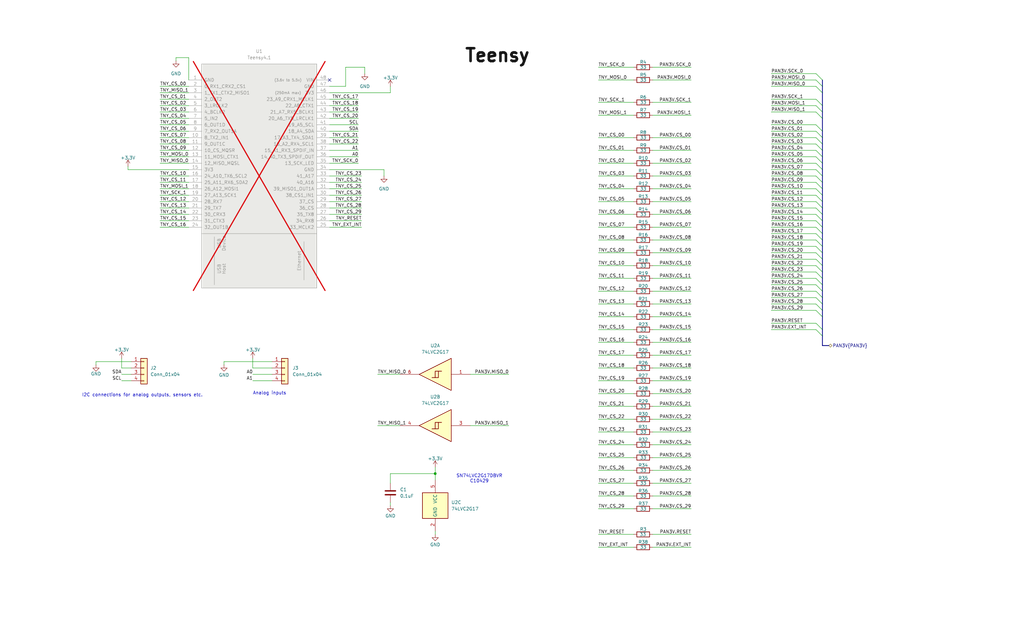
<source format=kicad_sch>
(kicad_sch (version 20250114) (generator "eeschema") (generator_version "9.0")
  (paper "User" 406.4 254)
  (title_block (title "Arena 12-12 Teensy Modular LED Display") (date "2024-12-23") (rev "v10.3") (company "IORodeo for Reiserlab @ Janelia"))
  (lib_symbols
    (symbol "74xGxx:74LVC2G17"
      (property "Reference" "U" (at -1.27 7.62 0))
      (property "Value" "74LVC2G17" (at 2.54 -7.62 0))
      (symbol "74LVC2G17_1_1"
        (pin input line (at -15.24 0 0) (length 7.62) (name "~") (number "1"))
        (pin output line (at 12.7 0 180) (length 7.62) (name "~") (number "6"))
      )
      (symbol "74LVC2G17_2_1"
        (pin input line (at -15.24 0 0) (length 7.62) (name "~") (number "3"))
        (pin output line (at 12.7 0 180) (length 7.62) (name "~") (number "4"))
      )
      (symbol "74LVC2G17_3_1"
        (pin power_in line (at 0 10.16 270) (length 5.08) (name "VCC") (number "5"))
        (pin power_in line (at 0 -10.16 90) (length 5.08) (name "GND") (number "2"))
      )
    )
    (symbol "Connector_Generic:Conn_01x04" (pin_names (offset 1.016) (hide yes))
      (property "Reference" "J" (at 0 5.08 0))
      (property "Value" "Conn_01x04" (at 0 -7.62 0))
      (symbol "Conn_01x04_1_1"
        (pin passive line (at -5.08 2.54 0) (length 3.81) (name "Pin_1") (number "1"))
        (pin passive line (at -5.08 0 0) (length 3.81) (name "Pin_2") (number "2"))
        (pin passive line (at -5.08 -2.54 0) (length 3.81) (name "Pin_3") (number "3"))
        (pin passive line (at -5.08 -5.08 0) (length 3.81) (name "Pin_4") (number "4"))
      )
    )
    (symbol "Device:C" (pin_numbers (hide yes)) (pin_names (offset 0.254))
      (property "Reference" "C" (at 0.635 2.54 0))
      (property "Value" "C" (at 0.635 -2.54 0))
      (symbol "C_1_1"
        (pin passive line (at 0 3.81 270) (length 2.794) (name "~") (number "1"))
        (pin passive line (at 0 -3.81 90) (length 2.794) (name "~") (number "2"))
      )
    )
    (symbol "Device:R" (pin_numbers (hide yes)) (pin_names (offset 0))
      (property "Reference" "R" (at 2.032 0 90))
      (property "Value" "R" (at 0 0 90))
      (symbol "R_1_1"
        (pin passive line (at 0 3.81 270) (length 1.27) (name "~") (number "1"))
        (pin passive line (at 0 -3.81 90) (length 1.27) (name "~") (number "2"))
      )
    )
    (symbol "arena_custom:Teensy4.1" (pin_names (offset 1.016))
      (property "Reference" "U" (at 0 64.77 0))
      (property "Value" "Teensy4.1" (at 0 62.23 0))
      (symbol "Teensy4.1_0_0"
        (text "USB" (at -15.875 -10.16 900) (effects (font (size 1.27 1.27))))
        (text "USB" (at -15.875 -20.32 900) (effects (font (size 1.27 1.27))))
        (text "Device" (at -13.97 -10.16 900) (effects (font (size 1.27 1.27))))
        (text "Host" (at -13.97 -20.32 900) (effects (font (size 1.27 1.27))))
        (text "(3.6v to 5.5v)" (at 11.43 54.61 0) (effects (font (size 1.016 1.016))))
        (text "(250mA max)" (at 11.43 49.53 0) (effects (font (size 1.016 1.016))))
        (text "Ethernet" (at 15.875 -17.145 900) (effects (font (size 1.27 1.27))))
        (pin bidirectional line (at -27.94 44.45 0) (length 5.08) (name "3_LRCLK2") (number "5"))
        (pin bidirectional line (at -27.94 41.91 0) (length 5.08) (name "4_BCLK2") (number "6"))
        (pin bidirectional line (at -27.94 39.37 0) (length 5.08) (name "5_IN2") (number "7"))
        (pin bidirectional line (at -27.94 36.83 0) (length 5.08) (name "6_OUT1D") (number "8"))
        (pin bidirectional line (at -27.94 34.29 0) (length 5.08) (name "7_RX2_OUT1A") (number "9"))
        (pin bidirectional line (at -27.94 31.75 0) (length 5.08) (name "8_TX2_IN1") (number "10"))
        (pin bidirectional line (at -27.94 29.21 0) (length 5.08) (name "9_OUT1C") (number "11"))
        (pin bidirectional line (at -27.94 26.67 0) (length 5.08) (name "10_CS_MQSR") (number "12"))
        (pin bidirectional line (at -27.94 24.13 0) (length 5.08) (name "11_MOSI_CTX1") (number "13"))
        (pin bidirectional line (at -27.94 21.59 0) (length 5.08) (name "12_MISO_MQSL") (number "14"))
        (pin power_in line (at -27.94 19.05 0) (length 5.08) (name "3V3") (number "15"))
        (pin bidirectional line (at -27.94 16.51 0) (length 5.08) (name "24_A10_TX6_SCL2") (number "16"))
        (pin bidirectional line (at -27.94 13.97 0) (length 5.08) (name "25_A11_RX6_SDA2") (number "17"))
        (pin bidirectional line (at -27.94 11.43 0) (length 5.08) (name "26_A12_MOSI1") (number "18"))
        (pin bidirectional line (at -27.94 8.89 0) (length 5.08) (name "27_A13_SCK1") (number "19"))
        (pin bidirectional line (at -27.94 6.35 0) (length 5.08) (name "28_RX7") (number "20"))
        (pin bidirectional line (at -27.94 3.81 0) (length 5.08) (name "29_TX7") (number "21"))
        (pin bidirectional line (at -27.94 1.27 0) (length 5.08) (name "30_CRX3") (number "22"))
        (pin bidirectional line (at -27.94 -1.27 0) (length 5.08) (name "31_CTX3") (number "23"))
        (pin bidirectional line (at -27.94 -3.81 0) (length 5.08) (name "32_OUT1B") (number "24"))
        (pin power_in line (at 27.94 54.61 180) (length 5.08) (name "VIN") (number "48"))
        (pin bidirectional line (at 27.94 46.99 180) (length 5.08) (name "23_A9_CRX1_MCLK1") (number "45"))
        (pin bidirectional line (at 27.94 44.45 180) (length 5.08) (name "22_A8_CTX1") (number "44"))
        (pin bidirectional line (at 27.94 41.91 180) (length 5.08) (name "21_A7_RX5_BCLK1") (number "43"))
        (pin bidirectional line (at 27.94 39.37 180) (length 5.08) (name "20_A6_TX5_LRCLK1") (number "42"))
        (pin bidirectional line (at 27.94 36.83 180) (length 5.08) (name "19_A5_SCL") (number "41"))
        (pin bidirectional line (at 27.94 34.29 180) (length 5.08) (name "18_A4_SDA") (number "40"))
        (pin bidirectional line (at 27.94 31.75 180) (length 5.08) (name "17_A3_TX4_SDA1") (number "39"))
        (pin bidirectional line (at 27.94 29.21 180) (length 5.08) (name "16_A2_RX4_SCL1") (number "38"))
        (pin bidirectional line (at 27.94 26.67 180) (length 5.08) (name "15_A1_RX3_SPDIF_IN") (number "37"))
        (pin bidirectional line (at 27.94 24.13 180) (length 5.08) (name "14_A0_TX3_SPDIF_OUT") (number "36"))
        (pin bidirectional line (at 27.94 21.59 180) (length 5.08) (name "13_SCK_LED") (number "35"))
        (pin bidirectional line (at 27.94 16.51 180) (length 5.08) (name "41_A17") (number "33"))
        (pin bidirectional line (at 27.94 13.97 180) (length 5.08) (name "40_A16") (number "32"))
        (pin bidirectional line (at 27.94 11.43 180) (length 5.08) (name "39_MISO1_OUT1A") (number "31"))
        (pin bidirectional line (at 27.94 8.89 180) (length 5.08) (name "38_CS1_IN1") (number "30"))
        (pin bidirectional line (at 27.94 6.35 180) (length 5.08) (name "37_CS") (number "29"))
        (pin bidirectional line (at 27.94 3.81 180) (length 5.08) (name "36_CS") (number "28"))
        (pin bidirectional line (at 27.94 1.27 180) (length 5.08) (name "35_TX8") (number "27"))
        (pin bidirectional line (at 27.94 -1.27 180) (length 5.08) (name "34_RX8") (number "26"))
        (pin bidirectional line (at 27.94 -3.81 180) (length 5.08) (name "33_MCLK2") (number "25"))
      )
      (symbol "Teensy4.1_1_0"
        (pin power_in line (at 27.94 52.07 180) (length 5.08) (name "GND") (number "47"))
        (pin power_out line (at 27.94 49.53 180) (length 5.08) (name "3V3") (number "46"))
      )
      (symbol "Teensy4.1_1_1"
        (pin power_in line (at -27.94 54.61 0) (length 5.08) (name "GND") (number "1"))
        (pin bidirectional line (at -27.94 52.07 0) (length 5.08) (name "0_RX1_CRX2_CS1") (number "2"))
        (pin bidirectional line (at -27.94 49.53 0) (length 5.08) (name "1_TX1_CTX2_MISO1") (number "3"))
        (pin bidirectional line (at -27.94 46.99 0) (length 5.08) (name "2_OUT2") (number "4"))
        (pin power_in line (at 27.94 19.05 180) (length 5.08) (name "GND") (number "34"))
      )
    )
    (symbol "power:+3.3V" (power) (pin_names (offset 0))
      (property "Value" "+3.3V" (at 0 3.556 0))
      (symbol "+3.3V_1_1"
        (pin power_in line (at 0 0 90) (length 0) (hide yes) (name "+3.3V") (number "1"))
      )
    )
    (symbol "power:GND" (power) (pin_names (offset 0))
      (property "Value" "GND" (at 0 -3.81 0))
      (symbol "GND_1_1"
        (pin power_in line (at 0 0 270) (length 0) (hide yes) (name "GND") (number "1"))
      )
    )
  )
  (text "Analog inputs" (at 100.33 156.845 0) (effects (font (size 1.27 1.27)) (justify left bottom)))
  (text "I2C connections for analog outputs, sensors etc. " (at 32.512 157.607 0) (effects (font (size 1.27 1.27)) (justify left bottom)))
  (text "SN74LVC2G17DBVR\nC10429" (at 190.246 189.992 0) (effects (font (size 1.27 1.27))))
  (junction (at 172.72 187.96))
  (no_connect (at 130.81 31.75))
  (bus_entry (at 326.39 72.39) (size -2.54 -2.54))
  (bus_entry (at 326.39 59.69) (size -2.54 -2.54))
  (bus_entry (at 326.39 46.99) (size -2.54 -2.54))
  (bus_entry (at 323.85 118.11) (size 2.54 2.54))
  (bus_entry (at 326.39 69.85) (size -2.54 -2.54))
  (bus_entry (at 323.85 123.19) (size 2.54 2.54))
  (bus_entry (at 326.39 85.09) (size -2.54 -2.54))
  (bus_entry (at 326.39 34.29) (size -2.54 -2.54))
  (bus_entry (at 326.39 31.75) (size -2.54 -2.54))
  (bus_entry (at 323.85 110.49) (size 2.54 2.54))
  (bus_entry (at 323.85 105.41) (size 2.54 2.54))
  (bus_entry (at 326.39 87.63) (size -2.54 -2.54))
  (bus_entry (at 323.85 87.63) (size 2.54 2.54))
  (bus_entry (at 323.85 128.27) (size 2.54 2.54))
  (bus_entry (at 323.85 102.87) (size 2.54 2.54))
  (bus_entry (at 326.39 57.15) (size -2.54 -2.54))
  (bus_entry (at 326.39 67.31) (size -2.54 -2.54))
  (bus_entry (at 326.39 77.47) (size -2.54 -2.54))
  (bus_entry (at 326.39 64.77) (size -2.54 -2.54))
  (bus_entry (at 326.39 44.45) (size -2.54 -2.54))
  (bus_entry (at 326.39 54.61) (size -2.54 -2.54))
  (bus_entry (at 323.85 97.79) (size 2.54 2.54))
  (bus_entry (at 323.85 92.71) (size 2.54 2.54))
  (bus_entry (at 326.39 82.55) (size -2.54 -2.54))
  (bus_entry (at 326.39 80.01) (size -2.54 -2.54))
  (bus_entry (at 323.85 115.57) (size 2.54 2.54))
  (bus_entry (at 323.85 120.65) (size 2.54 2.54))
  (bus_entry (at 326.39 41.91) (size -2.54 -2.54))
  (bus_entry (at 323.85 90.17) (size 2.54 2.54))
  (bus_entry (at 323.85 95.25) (size 2.54 2.54))
  (bus_entry (at 323.85 107.95) (size 2.54 2.54))
  (bus_entry (at 323.85 113.03) (size 2.54 2.54))
  (bus_entry (at 326.39 74.93) (size -2.54 -2.54))
  (bus_entry (at 326.39 62.23) (size -2.54 -2.54))
  (bus_entry (at 323.85 130.81) (size 2.54 2.54))
  (bus_entry (at 323.85 100.33) (size 2.54 2.54))
  (bus_entry (at 326.39 52.07) (size -2.54 -2.54))
  (bus_entry (at 326.39 36.83) (size -2.54 -2.54))
  (wire (pts (xy 130.81 67.31) (xy 152.4 67.31)))
  (wire (pts (xy 259.08 90.17) (xy 274.32 90.17)))
  (wire (pts (xy 144.78 26.67) (xy 144.78 29.21)))
  (wire (pts (xy 50.8 67.31) (xy 50.8 66.04)))
  (wire (pts (xy 237.49 115.57) (xy 251.46 115.57)))
  (wire (pts (xy 130.81 74.93) (xy 143.51 74.93)))
  (wire (pts (xy 100.33 146.05) (xy 107.95 146.05)))
  (wire (pts (xy 323.85 69.85) (xy 306.07 69.85)))
  (bus (pts (xy 326.39 125.73) (xy 326.39 130.81)))
  (wire (pts (xy 63.5 44.45) (xy 74.93 44.45)))
  (wire (pts (xy 237.49 140.97) (xy 251.46 140.97)))
  (wire (pts (xy 237.49 146.05) (xy 251.46 146.05)))
  (wire (pts (xy 323.85 31.75) (xy 306.07 31.75)))
  (wire (pts (xy 237.49 156.21) (xy 251.46 156.21)))
  (wire (pts (xy 48.26 148.59) (xy 52.07 148.59)))
  (wire (pts (xy 323.85 115.57) (xy 306.07 115.57)))
  (wire (pts (xy 237.49 217.17) (xy 251.46 217.17)))
  (wire (pts (xy 323.85 85.09) (xy 306.07 85.09)))
  (bus (pts (xy 326.39 64.77) (xy 326.39 67.31)))
  (wire (pts (xy 237.49 64.77) (xy 251.46 64.77)))
  (bus (pts (xy 326.39 72.39) (xy 326.39 74.93)))
  (wire (pts (xy 130.81 82.55) (xy 143.51 82.55)))
  (wire (pts (xy 259.08 181.61) (xy 274.32 181.61)))
  (wire (pts (xy 237.49 26.67) (xy 251.46 26.67)))
  (wire (pts (xy 259.08 69.85) (xy 274.32 69.85)))
  (wire (pts (xy 63.5 64.77) (xy 74.93 64.77)))
  (wire (pts (xy 130.81 85.09) (xy 143.51 85.09)))
  (wire (pts (xy 137.16 34.29) (xy 137.16 26.67)))
  (wire (pts (xy 237.49 130.81) (xy 251.46 130.81)))
  (wire (pts (xy 172.72 187.96) (xy 172.72 190.5)))
  (wire (pts (xy 323.85 62.23) (xy 306.07 62.23)))
  (bus (pts (xy 326.39 54.61) (xy 326.39 57.15)))
  (wire (pts (xy 130.81 54.61) (xy 142.24 54.61)))
  (wire (pts (xy 323.85 67.31) (xy 306.07 67.31)))
  (wire (pts (xy 88.9 143.51) (xy 88.9 144.78)))
  (wire (pts (xy 259.08 140.97) (xy 274.32 140.97)))
  (bus (pts (xy 326.39 110.49) (xy 326.39 113.03)))
  (wire (pts (xy 63.5 74.93) (xy 74.93 74.93)))
  (wire (pts (xy 63.5 90.17) (xy 74.93 90.17)))
  (wire (pts (xy 259.08 191.77) (xy 274.32 191.77)))
  (wire (pts (xy 323.85 49.53) (xy 306.07 49.53)))
  (wire (pts (xy 259.08 80.01) (xy 274.32 80.01)))
  (wire (pts (xy 259.08 115.57) (xy 274.32 115.57)))
  (wire (pts (xy 237.49 31.75) (xy 251.46 31.75)))
  (wire (pts (xy 38.1 143.51) (xy 52.07 143.51)))
  (wire (pts (xy 63.5 36.83) (xy 74.93 36.83)))
  (wire (pts (xy 259.08 110.49) (xy 274.32 110.49)))
  (wire (pts (xy 259.08 196.85) (xy 274.32 196.85)))
  (wire (pts (xy 237.49 59.69) (xy 251.46 59.69)))
  (wire (pts (xy 63.5 72.39) (xy 74.93 72.39)))
  (wire (pts (xy 323.85 57.15) (xy 306.07 57.15)))
  (bus (pts (xy 326.39 69.85) (xy 326.39 72.39)))
  (wire (pts (xy 237.49 171.45) (xy 251.46 171.45)))
  (wire (pts (xy 259.08 201.93) (xy 274.32 201.93)))
  (wire (pts (xy 237.49 110.49) (xy 251.46 110.49)))
  (wire (pts (xy 149.86 168.91) (xy 158.75 168.91)))
  (wire (pts (xy 48.26 142.24) (xy 48.26 146.05)))
  (wire (pts (xy 48.26 146.05) (xy 52.07 146.05)))
  (bus (pts (xy 326.39 100.33) (xy 326.39 102.87)))
  (wire (pts (xy 259.08 161.29) (xy 274.32 161.29)))
  (wire (pts (xy 237.49 45.72) (xy 251.46 45.72)))
  (wire (pts (xy 63.5 82.55) (xy 74.93 82.55)))
  (wire (pts (xy 237.49 69.85) (xy 251.46 69.85)))
  (wire (pts (xy 259.08 151.13) (xy 274.32 151.13)))
  (wire (pts (xy 323.85 44.45) (xy 306.07 44.45)))
  (wire (pts (xy 259.08 85.09) (xy 274.32 85.09)))
  (wire (pts (xy 154.94 199.39) (xy 154.94 200.66)))
  (bus (pts (xy 326.39 59.69) (xy 326.39 62.23)))
  (wire (pts (xy 259.08 26.67) (xy 274.32 26.67)))
  (wire (pts (xy 74.93 67.31) (xy 50.8 67.31)))
  (wire (pts (xy 130.81 41.91) (xy 142.24 41.91)))
  (wire (pts (xy 48.26 151.13) (xy 52.07 151.13)))
  (wire (pts (xy 237.49 90.17) (xy 251.46 90.17)))
  (bus (pts (xy 326.39 85.09) (xy 326.39 87.63)))
  (wire (pts (xy 237.49 181.61) (xy 251.46 181.61)))
  (bus (pts (xy 326.39 34.29) (xy 326.39 36.83)))
  (bus (pts (xy 326.39 90.17) (xy 326.39 92.71)))
  (bus (pts (xy 326.39 92.71) (xy 326.39 95.25)))
  (wire (pts (xy 172.72 185.42) (xy 172.72 187.96)))
  (wire (pts (xy 74.93 22.86) (xy 74.93 31.75)))
  (wire (pts (xy 323.85 74.93) (xy 306.07 74.93)))
  (wire (pts (xy 130.81 69.85) (xy 143.51 69.85)))
  (wire (pts (xy 63.5 80.01) (xy 74.93 80.01)))
  (wire (pts (xy 259.08 54.61) (xy 274.32 54.61)))
  (wire (pts (xy 259.08 156.21) (xy 274.32 156.21)))
  (bus (pts (xy 326.39 31.75) (xy 326.39 34.29)))
  (wire (pts (xy 259.08 217.17) (xy 274.32 217.17)))
  (wire (pts (xy 237.49 186.69) (xy 251.46 186.69)))
  (wire (pts (xy 237.49 191.77) (xy 251.46 191.77)))
  (wire (pts (xy 186.69 148.59) (xy 201.93 148.59)))
  (wire (pts (xy 306.07 123.19) (xy 323.85 123.19)))
  (bus (pts (xy 326.39 67.31) (xy 326.39 69.85)))
  (wire (pts (xy 306.07 118.11) (xy 323.85 118.11)))
  (wire (pts (xy 63.5 46.99) (xy 74.93 46.99)))
  (wire (pts (xy 63.5 54.61) (xy 74.93 54.61)))
  (wire (pts (xy 130.81 80.01) (xy 143.51 80.01)))
  (wire (pts (xy 259.08 95.25) (xy 274.32 95.25)))
  (wire (pts (xy 130.81 72.39) (xy 143.51 72.39)))
  (wire (pts (xy 100.33 142.24) (xy 100.33 146.05)))
  (wire (pts (xy 306.07 90.17) (xy 323.85 90.17)))
  (wire (pts (xy 63.5 85.09) (xy 74.93 85.09)))
  (wire (pts (xy 306.07 110.49) (xy 323.85 110.49)))
  (bus (pts (xy 326.39 44.45) (xy 326.39 46.99)))
  (wire (pts (xy 323.85 29.21) (xy 306.07 29.21)))
  (wire (pts (xy 259.08 135.89) (xy 274.32 135.89)))
  (wire (pts (xy 63.5 77.47) (xy 74.93 77.47)))
  (wire (pts (xy 306.07 130.81) (xy 323.85 130.81)))
  (wire (pts (xy 130.81 64.77) (xy 142.24 64.77)))
  (wire (pts (xy 237.49 80.01) (xy 251.46 80.01)))
  (wire (pts (xy 63.5 39.37) (xy 74.93 39.37)))
  (wire (pts (xy 306.07 97.79) (xy 323.85 97.79)))
  (wire (pts (xy 130.81 87.63) (xy 143.51 87.63)))
  (wire (pts (xy 237.49 166.37) (xy 251.46 166.37)))
  (wire (pts (xy 306.07 128.27) (xy 323.85 128.27)))
  (wire (pts (xy 323.85 105.41) (xy 306.07 105.41)))
  (wire (pts (xy 237.49 176.53) (xy 251.46 176.53)))
  (wire (pts (xy 130.81 52.07) (xy 142.24 52.07)))
  (bus (pts (xy 326.39 82.55) (xy 326.39 85.09)))
  (wire (pts (xy 323.85 72.39) (xy 306.07 72.39)))
  (bus (pts (xy 326.39 97.79) (xy 326.39 100.33)))
  (wire (pts (xy 149.86 148.59) (xy 158.75 148.59)))
  (bus (pts (xy 326.39 113.03) (xy 326.39 115.57)))
  (wire (pts (xy 63.5 41.91) (xy 74.93 41.91)))
  (bus (pts (xy 326.39 120.65) (xy 326.39 123.19)))
  (wire (pts (xy 130.81 62.23) (xy 142.24 62.23)))
  (wire (pts (xy 63.5 87.63) (xy 74.93 87.63)))
  (wire (pts (xy 237.49 135.89) (xy 251.46 135.89)))
  (wire (pts (xy 259.08 100.33) (xy 274.32 100.33)))
  (wire (pts (xy 237.49 120.65) (xy 251.46 120.65)))
  (wire (pts (xy 323.85 34.29) (xy 306.07 34.29)))
  (wire (pts (xy 100.33 151.13) (xy 107.95 151.13)))
  (wire (pts (xy 259.08 105.41) (xy 274.32 105.41)))
  (bus (pts (xy 326.39 46.99) (xy 326.39 52.07)))
  (bus (pts (xy 326.39 115.57) (xy 326.39 118.11)))
  (wire (pts (xy 259.08 176.53) (xy 274.32 176.53)))
  (wire (pts (xy 237.49 85.09) (xy 251.46 85.09)))
  (bus (pts (xy 326.39 105.41) (xy 326.39 107.95)))
  (bus (pts (xy 326.39 107.95) (xy 326.39 110.49)))
  (wire (pts (xy 130.81 34.29) (xy 137.16 34.29)))
  (wire (pts (xy 63.5 69.85) (xy 74.93 69.85)))
  (bus (pts (xy 326.39 137.16) (xy 328.93 137.16)))
  (wire (pts (xy 38.1 143.51) (xy 38.1 144.78)))
  (wire (pts (xy 306.07 102.87) (xy 323.85 102.87)))
  (wire (pts (xy 154.94 36.83) (xy 154.94 34.29)))
  (wire (pts (xy 237.49 125.73) (xy 251.46 125.73)))
  (wire (pts (xy 63.5 52.07) (xy 74.93 52.07)))
  (wire (pts (xy 130.81 39.37) (xy 142.24 39.37)))
  (bus (pts (xy 326.39 130.81) (xy 326.39 133.35)))
  (wire (pts (xy 306.07 95.25) (xy 323.85 95.25)))
  (wire (pts (xy 259.08 59.69) (xy 274.32 59.69)))
  (bus (pts (xy 326.39 95.25) (xy 326.39 97.79)))
  (wire (pts (xy 237.49 161.29) (xy 251.46 161.29)))
  (wire (pts (xy 323.85 77.47) (xy 306.07 77.47)))
  (wire (pts (xy 154.94 187.96) (xy 172.72 187.96)))
  (bus (pts (xy 326.39 52.07) (xy 326.39 54.61)))
  (wire (pts (xy 306.07 113.03) (xy 323.85 113.03)))
  (wire (pts (xy 259.08 186.69) (xy 274.32 186.69)))
  (wire (pts (xy 130.81 57.15) (xy 142.24 57.15)))
  (wire (pts (xy 259.08 146.05) (xy 274.32 146.05)))
  (wire (pts (xy 306.07 64.77) (xy 323.85 64.77)))
  (wire (pts (xy 259.08 31.75) (xy 274.32 31.75)))
  (wire (pts (xy 186.69 168.91) (xy 201.93 168.91)))
  (wire (pts (xy 306.07 100.33) (xy 323.85 100.33)))
  (wire (pts (xy 306.07 120.65) (xy 323.85 120.65)))
  (wire (pts (xy 323.85 87.63) (xy 306.07 87.63)))
  (bus (pts (xy 326.39 80.01) (xy 326.39 82.55)))
  (wire (pts (xy 323.85 80.01) (xy 306.07 80.01)))
  (bus (pts (xy 326.39 102.87) (xy 326.39 105.41)))
  (wire (pts (xy 259.08 74.93) (xy 274.32 74.93)))
  (wire (pts (xy 237.49 196.85) (xy 251.46 196.85)))
  (wire (pts (xy 237.49 54.61) (xy 251.46 54.61)))
  (bus (pts (xy 326.39 123.19) (xy 326.39 125.73)))
  (wire (pts (xy 130.81 36.83) (xy 154.94 36.83)))
  (wire (pts (xy 323.85 82.55) (xy 306.07 82.55)))
  (wire (pts (xy 237.49 95.25) (xy 251.46 95.25)))
  (wire (pts (xy 259.08 120.65) (xy 274.32 120.65)))
  (bus (pts (xy 326.39 87.63) (xy 326.39 90.17)))
  (wire (pts (xy 259.08 212.09) (xy 274.32 212.09)))
  (bus (pts (xy 326.39 41.91) (xy 326.39 44.45)))
  (wire (pts (xy 306.07 92.71) (xy 323.85 92.71)))
  (wire (pts (xy 130.81 49.53) (xy 142.24 49.53)))
  (bus (pts (xy 326.39 77.47) (xy 326.39 80.01)))
  (wire (pts (xy 237.49 201.93) (xy 251.46 201.93)))
  (wire (pts (xy 130.81 44.45) (xy 142.24 44.45)))
  (wire (pts (xy 237.49 40.64) (xy 251.46 40.64)))
  (wire (pts (xy 237.49 100.33) (xy 251.46 100.33)))
  (wire (pts (xy 63.5 59.69) (xy 74.93 59.69)))
  (wire (pts (xy 259.08 64.77) (xy 274.32 64.77)))
  (wire (pts (xy 237.49 151.13) (xy 251.46 151.13)))
  (wire (pts (xy 259.08 166.37) (xy 274.32 166.37)))
  (wire (pts (xy 88.9 143.51) (xy 107.95 143.51)))
  (bus (pts (xy 326.39 57.15) (xy 326.39 59.69)))
  (bus (pts (xy 326.39 133.35) (xy 326.39 137.16)))
  (wire (pts (xy 323.85 39.37) (xy 306.07 39.37)))
  (bus (pts (xy 326.39 118.11) (xy 326.39 120.65)))
  (wire (pts (xy 259.08 125.73) (xy 274.32 125.73)))
  (wire (pts (xy 323.85 52.07) (xy 306.07 52.07)))
  (wire (pts (xy 130.81 90.17) (xy 143.51 90.17)))
  (wire (pts (xy 69.85 22.86) (xy 69.85 24.13)))
  (wire (pts (xy 259.08 45.72) (xy 274.32 45.72)))
  (wire (pts (xy 137.16 26.67) (xy 144.78 26.67)))
  (wire (pts (xy 306.07 107.95) (xy 323.85 107.95)))
  (wire (pts (xy 323.85 41.91) (xy 306.07 41.91)))
  (wire (pts (xy 323.85 54.61) (xy 306.07 54.61)))
  (wire (pts (xy 63.5 34.29) (xy 74.93 34.29)))
  (bus (pts (xy 326.39 74.93) (xy 326.39 77.47)))
  (wire (pts (xy 237.49 74.93) (xy 251.46 74.93)))
  (wire (pts (xy 237.49 105.41) (xy 251.46 105.41)))
  (wire (pts (xy 152.4 67.31) (xy 152.4 69.85)))
  (wire (pts (xy 154.94 187.96) (xy 154.94 191.77)))
  (wire (pts (xy 100.33 148.59) (xy 107.95 148.59)))
  (wire (pts (xy 259.08 171.45) (xy 274.32 171.45)))
  (wire (pts (xy 63.5 57.15) (xy 74.93 57.15)))
  (wire (pts (xy 237.49 212.09) (xy 251.46 212.09)))
  (wire (pts (xy 63.5 49.53) (xy 74.93 49.53)))
  (wire (pts (xy 130.81 59.69) (xy 142.24 59.69)))
  (wire (pts (xy 323.85 59.69) (xy 306.07 59.69)))
  (wire (pts (xy 63.5 62.23) (xy 74.93 62.23)))
  (wire (pts (xy 172.72 210.82) (xy 172.72 212.09)))
  (bus (pts (xy 326.39 36.83) (xy 326.39 41.91)))
  (wire (pts (xy 130.81 77.47) (xy 143.51 77.47)))
  (wire (pts (xy 69.85 22.86) (xy 74.93 22.86)))
  (wire (pts (xy 259.08 40.64) (xy 274.32 40.64)))
  (bus (pts (xy 326.39 62.23) (xy 326.39 64.77)))
  (wire (pts (xy 130.81 46.99) (xy 142.24 46.99)))
  (wire (pts (xy 259.08 130.81) (xy 274.32 130.81)))
  (label "PAN3V.CS_28" (at 274.32 196.85 180))
  (label "TNY_SCK_1" (at 237.49 40.64 0))
  (label "TNY_CS_17" (at 237.49 140.97 0))
  (label "TNY_CS_11" (at 237.49 110.49 0))
  (label "TNY_MOSI_1" (at 63.5 74.93 0))
  (label "PAN3V.CS_03" (at 274.32 69.85 180))
  (label "SDA" (at 48.26 148.59 180))
  (label "TNY_MOSI_0" (at 237.49 31.75 0))
  (label "PAN3V.RESET" (at 274.32 212.09 180))
  (label "TNY_SCK_0" (at 142.24 64.77 180))
  (label "PAN3V.CS_26" (at 274.32 186.69 180))
  (label "TNY_CS_17" (at 142.24 39.37 180))
  (label "PAN3V.CS_17" (at 274.32 140.97 180))
  (label "PAN3V.CS_06" (at 306.07 64.77 0))
  (label "TNY_CS_28" (at 143.51 82.55 180))
  (label "TNY_CS_27" (at 237.49 191.77 0))
  (label "TNY_CS_18" (at 142.24 41.91 180))
  (label "TNY_SCK_0" (at 237.49 26.67 0))
  (label "TNY_CS_02" (at 63.5 41.91 0))
  (label "A1" (at 100.33 151.13 180))
  (label "TNY_CS_10" (at 63.5 69.85 0))
  (label "TNY_CS_01" (at 237.49 59.69 0))
  (label "PAN3V.MISO_0" (at 306.07 34.29 0))
  (label "TNY_CS_00" (at 63.5 34.29 0))
  (label "PAN3V.CS_23" (at 306.07 107.95 0))
  (label "TNY_CS_05" (at 63.5 49.53 0))
  (label "TNY_MISO_1" (at 149.86 168.91 0))
  (label "PAN3V.CS_27" (at 274.32 191.77 180))
  (label "TNY_CS_28" (at 237.49 196.85 0))
  (label "PAN3V.CS_21" (at 274.32 161.29 180))
  (label "TNY_CS_06" (at 63.5 52.07 0))
  (label "PAN3V.MOSI_1" (at 306.07 41.91 0))
  (label "PAN3V.CS_04" (at 306.07 59.69 0))
  (label "PAN3V.CS_25" (at 274.32 181.61 180))
  (label "PAN3V.CS_22" (at 274.32 166.37 180))
  (label "PAN3V.CS_03" (at 306.07 57.15 0))
  (label "TNY_CS_29" (at 143.51 85.09 180))
  (label "TNY_CS_07" (at 63.5 54.61 0))
  (label "PAN3V.CS_00" (at 274.32 54.61 180))
  (label "PAN3V.CS_16" (at 274.32 135.89 180))
  (label "PAN3V.SCK_1" (at 306.07 39.37 0))
  (label "PAN3V.CS_06" (at 274.32 85.09 180))
  (label "PAN3V.CS_02" (at 306.07 54.61 0))
  (label "PAN3V.CS_24" (at 306.07 110.49 0))
  (label "TNY_EXT_INT" (at 237.49 217.17 0))
  (label "TNY_CS_13" (at 237.49 120.65 0))
  (label "TNY_MOSI_0" (at 63.5 62.23 0))
  (label "PAN3V.CS_12" (at 306.07 80.01 0))
  (label "PAN3V.CS_14" (at 306.07 85.09 0))
  (label "TNY_CS_18" (at 237.49 146.05 0))
  (label "PAN3V.CS_00" (at 306.07 49.53 0))
  (label "TNY_CS_08" (at 63.5 57.15 0))
  (label "PAN3V.CS_24" (at 274.32 176.53 180))
  (label "TNY_CS_16" (at 63.5 90.17 0))
  (label "PAN3V.CS_09" (at 274.32 100.33 180))
  (label "SDA" (at 142.24 52.07 180))
  (label "PAN3V.CS_11" (at 306.07 77.47 0))
  (label "TNY_CS_14" (at 237.49 125.73 0))
  (label "TNY_CS_07" (at 237.49 90.17 0))
  (label "PAN3V.CS_27" (at 306.07 118.11 0))
  (label "PAN3V.CS_08" (at 274.32 95.25 180))
  (label "TNY_CS_19" (at 237.49 151.13 0))
  (label "TNY_CS_22" (at 142.24 57.15 180))
  (label "TNY_CS_01" (at 63.5 39.37 0))
  (label "TNY_CS_12" (at 237.49 115.57 0))
  (label "TNY_CS_03" (at 63.5 44.45 0))
  (label "PAN3V.CS_21" (at 306.07 102.87 0))
  (label "PAN3V.SCK_0" (at 274.32 26.67 180))
  (label "TNY_CS_19" (at 142.24 44.45 180))
  (label "PAN3V.CS_01" (at 274.32 59.69 180))
  (label "PAN3V.CS_04" (at 274.32 74.93 180))
  (label "PAN3V.CS_19" (at 274.32 151.13 180))
  (label "TNY_CS_20" (at 237.49 156.21 0))
  (label "PAN3V.CS_16" (at 306.07 90.17 0))
  (label "PAN3V.EXT_INT" (at 274.32 217.17 180))
  (label "TNY_CS_12" (at 63.5 80.01 0))
  (label "PAN3V.CS_05" (at 306.07 62.23 0))
  (label "TNY_CS_15" (at 237.49 130.81 0))
  (label "TNY_CS_27" (at 143.51 80.01 180))
  (label "PAN3V.EXT_INT" (at 306.07 130.81 0))
  (label "PAN3V.CS_13" (at 274.32 120.65 180))
  (label "Teensy" (at 184.15 26.67 0) (effects (font (size 5.08 5.08) (thickness 1.016) (bold yes))))
  (label "PAN3V.CS_26" (at 306.07 115.57 0))
  (label "TNY_SCK_1" (at 63.5 77.47 0))
  (label "PAN3V.CS_20" (at 274.32 156.21 180))
  (label "TNY_CS_24" (at 237.49 176.53 0))
  (label "TNY_CS_04" (at 237.49 74.93 0))
  (label "TNY_CS_20" (at 142.24 46.99 180))
  (label "TNY_CS_24" (at 143.51 72.39 180))
  (label "PAN3V.CS_18" (at 274.32 146.05 180))
  (label "PAN3V.CS_12" (at 274.32 115.57 180))
  (label "TNY_CS_14" (at 63.5 85.09 0))
  (label "PAN3V.CS_13" (at 306.07 82.55 0))
  (label "TNY_CS_25" (at 143.51 74.93 180))
  (label "PAN3V.CS_28" (at 306.07 120.65 0))
  (label "PAN3V.MOSI_1" (at 274.32 45.72 180))
  (label "TNY_RESET" (at 237.49 212.09 0))
  (label "TNY_CS_16" (at 237.49 135.89 0))
  (label "PAN3V.MOSI_0" (at 274.32 31.75 180))
  (label "TNY_CS_22" (at 237.49 166.37 0))
  (label "PAN3V.CS_25" (at 306.07 113.03 0))
  (label "PAN3V.CS_10" (at 306.07 74.93 0))
  (label "PAN3V.CS_08" (at 306.07 69.85 0))
  (label "TNY_MISO_0" (at 149.86 148.59 0))
  (label "PAN3V.CS_14" (at 274.32 125.73 180))
  (label "PAN3V.CS_07" (at 274.32 90.17 180))
  (label "PAN3V.CS_29" (at 306.07 123.19 0))
  (label "TNY_CS_29" (at 237.49 201.93 0))
  (label "SCL" (at 48.26 151.13 180))
  (label "PAN3V.CS_20" (at 306.07 100.33 0))
  (label "TNY_RESET" (at 143.51 87.63 180))
  (label "PAN3V.CS_09" (at 306.07 72.39 0))
  (label "PAN3V.MISO_0" (at 201.93 148.59 180))
  (label "PAN3V.CS_17" (at 306.07 92.71 0))
  (label "TNY_CS_04" (at 63.5 46.99 0))
  (label "TNY_CS_15" (at 63.5 87.63 0))
  (label "PAN3V.MISO_1" (at 306.07 44.45 0))
  (label "TNY_CS_06" (at 237.49 85.09 0))
  (label "PAN3V.CS_29" (at 274.32 201.93 180))
  (label "A0" (at 100.33 148.59 180))
  (label "TNY_CS_08" (at 237.49 95.25 0))
  (label "TNY_CS_11" (at 63.5 72.39 0))
  (label "TNY_CS_21" (at 142.24 54.61 180))
  (label "TNY_CS_05" (at 237.49 80.01 0))
  (label "TNY_CS_09" (at 237.49 100.33 0))
  (label "PAN3V.CS_07" (at 306.07 67.31 0))
  (label "TNY_CS_26" (at 143.51 77.47 180))
  (label "A0" (at 142.24 62.23 180))
  (label "PAN3V.CS_18" (at 306.07 95.25 0))
  (label "PAN3V.CS_02" (at 274.32 64.77 180))
  (label "TNY_CS_10" (at 237.49 105.41 0))
  (label "TNY_CS_21" (at 237.49 161.29 0))
  (label "TNY_CS_13" (at 63.5 82.55 0))
  (label "PAN3V.CS_01" (at 306.07 52.07 0))
  (label "TNY_CS_03" (at 237.49 69.85 0))
  (label "PAN3V.MISO_1" (at 201.93 168.91 180))
  (label "TNY_CS_02" (at 237.49 64.77 0))
  (label "TNY_CS_00" (at 237.49 54.61 0))
  (label "PAN3V.CS_10" (at 274.32 105.41 180))
  (label "A1" (at 142.24 59.69 180))
  (label "PAN3V.CS_05" (at 274.32 80.01 180))
  (label "TNY_CS_23" (at 143.51 69.85 180))
  (label "TNY_MISO_0" (at 63.5 64.77 0))
  (label "PAN3V.CS_19" (at 306.07 97.79 0))
  (label "TNY_CS_26" (at 237.49 186.69 0))
  (label "PAN3V.CS_15" (at 274.32 130.81 180))
  (label "PAN3V.CS_11" (at 274.32 110.49 180))
  (label "PAN3V.CS_22" (at 306.07 105.41 0))
  (label "TNY_EXT_INT" (at 143.51 90.17 180))
  (label "TNY_MOSI_1" (at 237.49 45.72 0))
  (label "PAN3V.CS_15" (at 306.07 87.63 0))
  (label "PAN3V.MOSI_0" (at 306.07 31.75 0))
  (label "TNY_CS_23" (at 237.49 171.45 0))
  (label "PAN3V.RESET" (at 306.07 128.27 0))
  (label "PAN3V.CS_23" (at 274.32 171.45 180))
  (label "SCL" (at 142.24 49.53 180))
  (label "PAN3V.SCK_1" (at 274.32 40.64 180))
  (label "TNY_CS_25" (at 237.49 181.61 0))
  (label "TNY_MISO_1" (at 63.5 36.83 0))
  (label "PAN3V.SCK_0" (at 306.07 29.21 0))
  (label "TNY_CS_09" (at 63.5 59.69 0))
  (hierarchical_label "PAN3V{PAN3V}" (shape bidirectional) (at 328.93 137.16 0))
  (symbol (lib_id "power:GND") (at 38.1 144.78 0) (mirror y) (unit 1)
    (property "Reference" "#PWR01" (effects (hide yes)))
    (property "Value" "GND" (at 38.1 148.336 0))
  )
  (symbol (lib_id "Device:R") (at 255.27 146.05 90) (unit 1)
    (property "Reference" "R26" (at 255.27 144.018 90))
    (property "Value" "33" (at 255.27 146.05 90))
    (property "Footprint" "Resistor_SMD:R_0402_1005Metric" (effects (hide yes)))
    (property "Datasheet" "https://octopart.com/datasheet/0402wgf330jtce-royal+ohm-61710468" (effects (hide yes)))
    (property "Description" "Resistor" (effects (hide yes)))
    (property "MPN" "0402WGF330JTCE" (effects (hide yes)))
    (property "LCSC Part #" "C25105" (effects (hide yes)))
  )
  (symbol (lib_id "Device:R") (at 255.27 181.61 90) (unit 1)
    (property "Reference" "R33" (at 255.27 179.578 90))
    (property "Value" "33" (at 255.27 181.61 90))
    (property "Footprint" "Resistor_SMD:R_0402_1005Metric" (effects (hide yes)))
    (property "Datasheet" "https://octopart.com/datasheet/0402wgf330jtce-royal+ohm-61710468" (effects (hide yes)))
    (property "Description" "Resistor" (effects (hide yes)))
    (property "MPN" "0402WGF330JTCE" (effects (hide yes)))
    (property "LCSC Part #" "C25105" (effects (hide yes)))
  )
  (symbol (lib_id "Device:R") (at 255.27 110.49 90) (unit 1)
    (property "Reference" "R19" (at 255.27 108.458 90))
    (property "Value" "33" (at 255.27 110.49 90))
    (property "Footprint" "Resistor_SMD:R_0402_1005Metric" (effects (hide yes)))
    (property "Datasheet" "https://octopart.com/datasheet/0402wgf330jtce-royal+ohm-61710468" (effects (hide yes)))
    (property "Description" "Resistor" (effects (hide yes)))
    (property "MPN" "0402WGF330JTCE" (effects (hide yes)))
    (property "LCSC Part #" "C25105" (effects (hide yes)))
  )
  (symbol (lib_id "Connector_Generic:Conn_01x04") (at 113.03 146.05 0) (unit 1)
    (property "Reference" "J3" (at 116.078 146.05 0) (effects (justify left)))
    (property "Value" "Conn_01x04" (at 116.078 148.59 0) (effects (justify left)))
    (property "Footprint" "arena_custom:JST_SH_SM04B-SRSS-TB_1x04-1MP_P1.00mm_Horizontal" (effects (hide yes)))
    (property "Datasheet" "https://octopart.com/datasheet/sm04b-srss-tb%28lf%29%28sn%29-jst-289307" (effects (hide yes)))
    (property "DigiKey PN" "455-SM04B-SRSS-TBTR-ND" (effects (hide yes)))
    (property "MPN" "SM04B-SRSS-TB" (effects (hide yes)))
    (property "LCSC Part #" "C145956" (effects (hide yes)))
  )
  (symbol (lib_id "Device:R") (at 255.27 40.64 90) (unit 1)
    (property "Reference" "R6" (at 255.27 38.608 90))
    (property "Value" "33" (at 255.27 40.64 90))
    (property "Footprint" "Resistor_SMD:R_0402_1005Metric" (effects (hide yes)))
    (property "Datasheet" "https://octopart.com/datasheet/0402wgf330jtce-royal+ohm-61710468" (effects (hide yes)))
    (property "Description" "Resistor" (effects (hide yes)))
    (property "MPN" "0402WGF330JTCE" (effects (hide yes)))
    (property "LCSC Part #" "C25105" (effects (hide yes)))
  )
  (symbol (lib_id "Device:R") (at 255.27 59.69 90) (unit 1)
    (property "Reference" "R9" (at 255.27 57.658 90))
    (property "Value" "33" (at 255.27 59.69 90))
    (property "Footprint" "Resistor_SMD:R_0402_1005Metric" (effects (hide yes)))
    (property "Datasheet" "https://octopart.com/datasheet/0402wgf330jtce-royal+ohm-61710468" (effects (hide yes)))
    (property "Description" "Resistor" (effects (hide yes)))
    (property "MPN" "0402WGF330JTCE" (effects (hide yes)))
    (property "LCSC Part #" "C25105" (effects (hide yes)))
  )
  (symbol (lib_id "power:+3.3V") (at 48.26 142.24 0) (unit 1)
    (property "Reference" "#PWR019" (effects (hide yes)))
    (property "Value" "+3.3V" (at 48.26 138.811 0))
  )
  (symbol (lib_id "Device:R") (at 255.27 217.17 90) (unit 1)
    (property "Reference" "R38" (at 255.27 215.138 90))
    (property "Value" "33" (at 255.27 217.17 90))
    (property "Footprint" "Resistor_SMD:R_0402_1005Metric" (effects (hide yes)))
    (property "Datasheet" "https://octopart.com/datasheet/0402wgf330jtce-royal+ohm-61710468" (effects (hide yes)))
    (property "Description" "Resistor" (effects (hide yes)))
    (property "MPN" "0402WGF330JTCE" (effects (hide yes)))
    (property "LCSC Part #" "C25105" (effects (hide yes)))
  )
  (symbol (lib_id "Device:R") (at 255.27 120.65 90) (unit 1)
    (property "Reference" "R21" (at 255.27 118.618 90))
    (property "Value" "33" (at 255.27 120.65 90))
    (property "Footprint" "Resistor_SMD:R_0402_1005Metric" (effects (hide yes)))
    (property "Datasheet" "https://octopart.com/datasheet/0402wgf330jtce-royal+ohm-61710468" (effects (hide yes)))
    (property "Description" "Resistor" (effects (hide yes)))
    (property "MPN" "0402WGF330JTCE" (effects (hide yes)))
    (property "LCSC Part #" "C25105" (effects (hide yes)))
  )
  (symbol (lib_id "Device:R") (at 255.27 26.67 90) (unit 1)
    (property "Reference" "R4" (at 255.27 24.638 90))
    (property "Value" "33" (at 255.27 26.67 90))
    (property "Footprint" "Resistor_SMD:R_0402_1005Metric" (effects (hide yes)))
    (property "Datasheet" "https://octopart.com/datasheet/0402wgf330jtce-royal+ohm-61710468" (effects (hide yes)))
    (property "Description" "Resistor" (effects (hide yes)))
    (property "MPN" "0402WGF330JTCE" (effects (hide yes)))
    (property "LCSC Part #" "C25105" (effects (hide yes)))
  )
  (symbol (lib_id "74xGxx:74LVC2G17") (at 171.45 168.91 0) (mirror y) (unit 2)
    (property "Reference" "U2" (at 172.72 157.48 0))
    (property "Value" "74LVC2G17" (at 172.72 160.02 0))
    (property "Footprint" "Package_TO_SOT_SMD:SOT-23-6" (effects (hide yes)))
    (property "Datasheet" "http://www.ti.com/lit/sg/scyt129e/scyt129e.pdf" (effects (hide yes)))
    (property "Description" "Dual Buffer Schmitt Triggered, Low-Voltage CMOS" (effects (hide yes)))
    (property "DigiKey PN" "296-SN74LVC2G17DBVRTR-ND" (effects (hide yes)))
    (property "MPN" "SN74LVC2G17DBVR" (effects (hide yes)))
    (property "LCSC Part #" "C10429" (effects (hide yes)))
  )
  (symbol (lib_id "arena_custom:Teensy4.1") (at 102.87 86.36 0) (unit 1) (dnp yes)
    (property "Reference" "U1" (at 102.87 20.32 0))
    (property "Value" "Teensy4.1" (at 102.87 22.86 0))
    (property "Footprint" "teensy:Teensy41_outer_only" (effects (hide yes)))
  )
  (symbol (lib_id "Device:R") (at 255.27 130.81 90) (unit 1)
    (property "Reference" "R23" (at 255.27 128.778 90))
    (property "Value" "33" (at 255.27 130.81 90))
    (property "Footprint" "Resistor_SMD:R_0402_1005Metric" (effects (hide yes)))
    (property "Datasheet" "https://octopart.com/datasheet/0402wgf330jtce-royal+ohm-61710468" (effects (hide yes)))
    (property "Description" "Resistor" (effects (hide yes)))
    (property "MPN" "0402WGF330JTCE" (effects (hide yes)))
    (property "LCSC Part #" "C25105" (effects (hide yes)))
  )
  (symbol (lib_id "Device:R") (at 255.27 166.37 90) (unit 1)
    (property "Reference" "R30" (at 255.27 164.338 90))
    (property "Value" "33" (at 255.27 166.37 90))
    (property "Footprint" "Resistor_SMD:R_0402_1005Metric" (effects (hide yes)))
    (property "Datasheet" "https://octopart.com/datasheet/0402wgf330jtce-royal+ohm-61710468" (effects (hide yes)))
    (property "Description" "Resistor" (effects (hide yes)))
    (property "MPN" "0402WGF330JTCE" (effects (hide yes)))
    (property "LCSC Part #" "C25105" (effects (hide yes)))
  )
  (symbol (lib_id "Device:R") (at 255.27 31.75 90) (unit 1)
    (property "Reference" "R5" (at 255.27 29.718 90))
    (property "Value" "33" (at 255.27 31.75 90))
    (property "Footprint" "Resistor_SMD:R_0402_1005Metric" (effects (hide yes)))
    (property "Datasheet" "https://octopart.com/datasheet/0402wgf330jtce-royal+ohm-61710468" (effects (hide yes)))
    (property "Description" "Resistor" (effects (hide yes)))
    (property "MPN" "0402WGF330JTCE" (effects (hide yes)))
    (property "LCSC Part #" "C25105" (effects (hide yes)))
  )
  (symbol (lib_id "Device:R") (at 255.27 156.21 90) (unit 1)
    (property "Reference" "R28" (at 255.27 154.178 90))
    (property "Value" "33" (at 255.27 156.21 90))
    (property "Footprint" "Resistor_SMD:R_0402_1005Metric" (effects (hide yes)))
    (property "Datasheet" "https://octopart.com/datasheet/0402wgf330jtce-royal+ohm-61710468" (effects (hide yes)))
    (property "Description" "Resistor" (effects (hide yes)))
    (property "MPN" "0402WGF330JTCE" (effects (hide yes)))
    (property "LCSC Part #" "C25105" (effects (hide yes)))
  )
  (symbol (lib_id "Device:C") (at 154.94 195.58 0) (unit 1)
    (property "Reference" "C1" (at 158.75 194.3099 0) (effects (justify left)))
    (property "Value" "0.1uF" (at 158.75 196.8499 0) (effects (justify left)))
    (property "Footprint" "Capacitor_SMD:C_0402_1005Metric" (effects (hide yes)))
    (property "Datasheet" "https://octopart.com/datasheet/cl05b104ko5nnnc-samsung-9299366" (effects (hide yes)))
    (property "Description" "Unpolarized capacitor" (effects (hide yes)))
    (property "DigiKey PN" "1276-1001-2-ND" (effects (hide yes)))
    (property "MPN" "CL05B104KO5NNNC" (effects (hide yes)))
    (property "LCSC Part #" "C1525" (effects (hide yes)))
  )
  (symbol (lib_id "Device:R") (at 255.27 74.93 90) (unit 1)
    (property "Reference" "R12" (at 255.27 72.898 90))
    (property "Value" "33" (at 255.27 74.93 90))
    (property "Footprint" "Resistor_SMD:R_0402_1005Metric" (effects (hide yes)))
    (property "Datasheet" "https://octopart.com/datasheet/0402wgf330jtce-royal+ohm-61710468" (effects (hide yes)))
    (property "Description" "Resistor" (effects (hide yes)))
    (property "MPN" "0402WGF330JTCE" (effects (hide yes)))
    (property "LCSC Part #" "C25105" (effects (hide yes)))
  )
  (symbol (lib_id "power:+3.3V") (at 100.33 142.24 0) (unit 1)
    (property "Reference" "#PWR020" (effects (hide yes)))
    (property "Value" "+3.3V" (at 100.33 138.811 0))
  )
  (symbol (lib_id "Device:R") (at 255.27 171.45 90) (unit 1)
    (property "Reference" "R31" (at 255.27 169.418 90))
    (property "Value" "33" (at 255.27 171.45 90))
    (property "Footprint" "Resistor_SMD:R_0402_1005Metric" (effects (hide yes)))
    (property "Datasheet" "https://octopart.com/datasheet/0402wgf330jtce-royal+ohm-61710468" (effects (hide yes)))
    (property "Description" "Resistor" (effects (hide yes)))
    (property "MPN" "0402WGF330JTCE" (effects (hide yes)))
    (property "LCSC Part #" "C25105" (effects (hide yes)))
  )
  (symbol (lib_id "Device:R") (at 255.27 90.17 90) (unit 1)
    (property "Reference" "R15" (at 255.27 88.138 90))
    (property "Value" "33" (at 255.27 90.17 90))
    (property "Footprint" "Resistor_SMD:R_0402_1005Metric" (effects (hide yes)))
    (property "Datasheet" "https://octopart.com/datasheet/0402wgf330jtce-royal+ohm-61710468" (effects (hide yes)))
    (property "Description" "Resistor" (effects (hide yes)))
    (property "MPN" "0402WGF330JTCE" (effects (hide yes)))
    (property "LCSC Part #" "C25105" (effects (hide yes)))
  )
  (symbol (lib_id "Device:R") (at 255.27 140.97 90) (unit 1)
    (property "Reference" "R25" (at 255.27 138.938 90))
    (property "Value" "33" (at 255.27 140.97 90))
    (property "Footprint" "Resistor_SMD:R_0402_1005Metric" (effects (hide yes)))
    (property "Datasheet" "https://octopart.com/datasheet/0402wgf330jtce-royal+ohm-61710468" (effects (hide yes)))
    (property "Description" "Resistor" (effects (hide yes)))
    (property "MPN" "0402WGF330JTCE" (effects (hide yes)))
    (property "LCSC Part #" "C25105" (effects (hide yes)))
  )
  (symbol (lib_id "power:GND") (at 154.94 200.66 0) (mirror y) (unit 1)
    (property "Reference" "#PWR0106" (effects (hide yes)))
    (property "Value" "GND" (at 154.94 204.724 0))
  )
  (symbol (lib_id "Device:R") (at 255.27 196.85 90) (unit 1)
    (property "Reference" "R36" (at 255.27 194.818 90))
    (property "Value" "33" (at 255.27 196.85 90))
    (property "Footprint" "Resistor_SMD:R_0402_1005Metric" (effects (hide yes)))
    (property "Datasheet" "https://octopart.com/datasheet/0402wgf330jtce-royal+ohm-61710468" (effects (hide yes)))
    (property "Description" "Resistor" (effects (hide yes)))
    (property "MPN" "0402WGF330JTCE" (effects (hide yes)))
    (property "LCSC Part #" "C25105" (effects (hide yes)))
  )
  (symbol (lib_id "Device:R") (at 255.27 186.69 90) (unit 1)
    (property "Reference" "R34" (at 255.27 184.658 90))
    (property "Value" "33" (at 255.27 186.69 90))
    (property "Footprint" "Resistor_SMD:R_0402_1005Metric" (effects (hide yes)))
    (property "Datasheet" "https://octopart.com/datasheet/0402wgf330jtce-royal+ohm-61710468" (effects (hide yes)))
    (property "Description" "Resistor" (effects (hide yes)))
    (property "MPN" "0402WGF330JTCE" (effects (hide yes)))
    (property "LCSC Part #" "C25105" (effects (hide yes)))
  )
  (symbol (lib_id "power:GND") (at 152.4 69.85 0) (mirror y) (unit 1)
    (property "Reference" "#PWR016" (effects (hide yes)))
    (property "Value" "GND" (at 152.4 74.93 0))
  )
  (symbol (lib_id "Connector_Generic:Conn_01x04") (at 57.15 146.05 0) (unit 1)
    (property "Reference" "J2" (at 59.69 146.05 0) (effects (justify left)))
    (property "Value" "Conn_01x04" (at 59.69 148.59 0) (effects (justify left)))
    (property "Footprint" "arena_custom:JST_SH_SM04B-SRSS-TB_1x04-1MP_P1.00mm_Horizontal" (effects (hide yes)))
    (property "Datasheet" "https://octopart.com/datasheet/sm04b-srss-tb%28lf%29%28sn%29-jst-289307" (effects (hide yes)))
    (property "DigiKey PN" "455-SM04B-SRSS-TBTR-ND" (effects (hide yes)))
    (property "MPN" "SM04B-SRSS-TB" (effects (hide yes)))
    (property "LCSC Part #" "C145956" (effects (hide yes)))
  )
  (symbol (lib_id "Device:R") (at 255.27 80.01 90) (unit 1)
    (property "Reference" "R13" (at 255.27 77.978 90))
    (property "Value" "33" (at 255.27 80.01 90))
    (property "Footprint" "Resistor_SMD:R_0402_1005Metric" (effects (hide yes)))
    (property "Datasheet" "https://octopart.com/datasheet/0402wgf330jtce-royal+ohm-61710468" (effects (hide yes)))
    (property "Description" "Resistor" (effects (hide yes)))
    (property "MPN" "0402WGF330JTCE" (effects (hide yes)))
    (property "LCSC Part #" "C25105" (effects (hide yes)))
  )
  (symbol (lib_id "power:+3.3V") (at 154.94 34.29 0) (unit 1)
    (property "Reference" "#PWR075" (effects (hide yes)))
    (property "Value" "+3.3V" (at 154.94 30.861 0))
  )
  (symbol (lib_id "power:GND") (at 69.85 24.13 0) (unit 1)
    (property "Reference" "#PWR05" (effects (hide yes)))
    (property "Value" "GND" (at 69.85 29.21 0))
  )
  (symbol (lib_id "Device:R") (at 255.27 45.72 90) (unit 1)
    (property "Reference" "R7" (at 255.27 43.688 90))
    (property "Value" "33" (at 255.27 45.72 90))
    (property "Footprint" "Resistor_SMD:R_0402_1005Metric" (effects (hide yes)))
    (property "Datasheet" "https://octopart.com/datasheet/0402wgf330jtce-royal+ohm-61710468" (effects (hide yes)))
    (property "Description" "Resistor" (effects (hide yes)))
    (property "MPN" "0402WGF330JTCE" (effects (hide yes)))
    (property "LCSC Part #" "C25105" (effects (hide yes)))
  )
  (symbol (lib_id "Device:R") (at 255.27 161.29 90) (unit 1)
    (property "Reference" "R29" (at 255.27 159.258 90))
    (property "Value" "33" (at 255.27 161.29 90))
    (property "Footprint" "Resistor_SMD:R_0402_1005Metric" (effects (hide yes)))
    (property "Datasheet" "https://octopart.com/datasheet/0402wgf330jtce-royal+ohm-61710468" (effects (hide yes)))
    (property "Description" "Resistor" (effects (hide yes)))
    (property "MPN" "0402WGF330JTCE" (effects (hide yes)))
    (property "LCSC Part #" "C25105" (effects (hide yes)))
  )
  (symbol (lib_id "Device:R") (at 255.27 212.09 90) (unit 1)
    (property "Reference" "R3" (at 255.27 210.058 90))
    (property "Value" "33" (at 255.143 212.09 90))
    (property "Footprint" "Resistor_SMD:R_0402_1005Metric" (effects (hide yes)))
    (property "Datasheet" "https://octopart.com/datasheet/0402wgf330jtce-royal+ohm-61710468" (effects (hide yes)))
    (property "Description" "Resistor" (effects (hide yes)))
    (property "MPN" "0402WGF330JTCE" (effects (hide yes)))
    (property "LCSC Part #" "C25105" (effects (hide yes)))
  )
  (symbol (lib_id "Device:R") (at 255.27 69.85 90) (unit 1)
    (property "Reference" "R11" (at 255.27 67.818 90))
    (property "Value" "33" (at 255.27 69.85 90))
    (property "Footprint" "Resistor_SMD:R_0402_1005Metric" (effects (hide yes)))
    (property "Datasheet" "https://octopart.com/datasheet/0402wgf330jtce-royal+ohm-61710468" (effects (hide yes)))
    (property "Description" "Resistor" (effects (hide yes)))
    (property "MPN" "0402WGF330JTCE" (effects (hide yes)))
    (property "LCSC Part #" "C25105" (effects (hide yes)))
  )
  (symbol (lib_id "74xGxx:74LVC2G17") (at 172.72 200.66 0) (unit 3)
    (property "Reference" "U2" (at 179.07 199.3899 0) (effects (justify left)))
    (property "Value" "74LVC2G17" (at 179.07 201.9299 0) (effects (justify left)))
    (property "Footprint" "Package_TO_SOT_SMD:SOT-23-6" (effects (hide yes)))
    (property "Datasheet" "http://www.ti.com/lit/sg/scyt129e/scyt129e.pdf" (effects (hide yes)))
    (property "Description" "Dual Buffer Schmitt Triggered, Low-Voltage CMOS" (effects (hide yes)))
    (property "DigiKey PN" "296-SN74LVC2G17DBVRTR-ND" (effects (hide yes)))
    (property "MPN" "SN74LVC2G17DBVR" (effects (hide yes)))
    (property "LCSC Part #" "C10429" (effects (hide yes)))
  )
  (symbol (lib_id "power:+3.3V") (at 50.8 66.04 0) (unit 1)
    (property "Reference" "#PWR073" (effects (hide yes)))
    (property "Value" "+3.3V" (at 50.8 62.611 0))
  )
  (symbol (lib_id "Device:R") (at 255.27 191.77 90) (unit 1)
    (property "Reference" "R35" (at 255.27 189.738 90))
    (property "Value" "33" (at 255.27 191.77 90))
    (property "Footprint" "Resistor_SMD:R_0402_1005Metric" (effects (hide yes)))
    (property "Datasheet" "https://octopart.com/datasheet/0402wgf330jtce-royal+ohm-61710468" (effects (hide yes)))
    (property "Description" "Resistor" (effects (hide yes)))
    (property "MPN" "0402WGF330JTCE" (effects (hide yes)))
    (property "LCSC Part #" "C25105" (effects (hide yes)))
  )
  (symbol (lib_id "Device:R") (at 255.27 105.41 90) (unit 1)
    (property "Reference" "R18" (at 255.27 103.378 90))
    (property "Value" "33" (at 255.27 105.41 90))
    (property "Footprint" "Resistor_SMD:R_0402_1005Metric" (effects (hide yes)))
    (property "Datasheet" "https://octopart.com/datasheet/0402wgf330jtce-royal+ohm-61710468" (effects (hide yes)))
    (property "Description" "Resistor" (effects (hide yes)))
    (property "MPN" "0402WGF330JTCE" (effects (hide yes)))
    (property "LCSC Part #" "C25105" (effects (hide yes)))
  )
  (symbol (lib_id "Device:R") (at 255.27 176.53 90) (unit 1)
    (property "Reference" "R32" (at 255.27 174.498 90))
    (property "Value" "33" (at 255.27 176.53 90))
    (property "Footprint" "Resistor_SMD:R_0402_1005Metric" (effects (hide yes)))
    (property "Datasheet" "https://octopart.com/datasheet/0402wgf330jtce-royal+ohm-61710468" (effects (hide yes)))
    (property "Description" "Resistor" (effects (hide yes)))
    (property "MPN" "0402WGF330JTCE" (effects (hide yes)))
    (property "LCSC Part #" "C25105" (effects (hide yes)))
  )
  (symbol (lib_id "Device:R") (at 255.27 54.61 90) (unit 1)
    (property "Reference" "R8" (at 255.27 52.578 90))
    (property "Value" "33" (at 255.27 54.61 90))
    (property "Footprint" "Resistor_SMD:R_0402_1005Metric" (effects (hide yes)))
    (property "Datasheet" "https://octopart.com/datasheet/0402wgf330jtce-royal+ohm-61710468" (effects (hide yes)))
    (property "Description" "Resistor" (effects (hide yes)))
    (property "MPN" "0402WGF330JTCE" (effects (hide yes)))
    (property "LCSC Part #" "C25105" (effects (hide yes)))
  )
  (symbol (lib_id "Device:R") (at 255.27 201.93 90) (unit 1)
    (property "Reference" "R37" (at 255.27 199.898 90))
    (property "Value" "33" (at 255.27 201.93 90))
    (property "Footprint" "Resistor_SMD:R_0402_1005Metric" (effects (hide yes)))
    (property "Datasheet" "https://octopart.com/datasheet/0402wgf330jtce-royal+ohm-61710468" (effects (hide yes)))
    (property "Description" "Resistor" (effects (hide yes)))
    (property "MPN" "0402WGF330JTCE" (effects (hide yes)))
    (property "LCSC Part #" "C25105" (effects (hide yes)))
  )
  (symbol (lib_id "Device:R") (at 255.27 125.73 90) (unit 1)
    (property "Reference" "R22" (at 255.27 123.698 90))
    (property "Value" "33" (at 255.27 125.73 90))
    (property "Footprint" "Resistor_SMD:R_0402_1005Metric" (effects (hide yes)))
    (property "Datasheet" "https://octopart.com/datasheet/0402wgf330jtce-royal+ohm-61710468" (effects (hide yes)))
    (property "Description" "Resistor" (effects (hide yes)))
    (property "MPN" "0402WGF330JTCE" (effects (hide yes)))
    (property "LCSC Part #" "C25105" (effects (hide yes)))
  )
  (symbol (lib_id "74xGxx:74LVC2G17") (at 171.45 148.59 0) (mirror y) (unit 1)
    (property "Reference" "U2" (at 172.72 137.16 0))
    (property "Value" "74LVC2G17" (at 172.72 139.7 0))
    (property "Footprint" "Package_TO_SOT_SMD:SOT-23-6" (effects (hide yes)))
    (property "Datasheet" "http://www.ti.com/lit/sg/scyt129e/scyt129e.pdf" (effects (hide yes)))
    (property "Description" "Dual Buffer Schmitt Triggered, Low-Voltage CMOS" (effects (hide yes)))
    (property "DigiKey PN" "296-SN74LVC2G17DBVRTR-ND" (effects (hide yes)))
    (property "MPN" "SN74LVC2G17DBVR" (effects (hide yes)))
    (property "LCSC Part #" "C10429" (effects (hide yes)))
  )
  (symbol (lib_id "power:GND") (at 172.72 212.09 0) (mirror y) (unit 1)
    (property "Reference" "#PWR0109" (effects (hide yes)))
    (property "Value" "GND" (at 172.72 216.154 0))
  )
  (symbol (lib_id "Device:R") (at 255.27 115.57 90) (unit 1)
    (property "Reference" "R20" (at 255.27 113.538 90))
    (property "Value" "33" (at 255.27 115.57 90))
    (property "Footprint" "Resistor_SMD:R_0402_1005Metric" (effects (hide yes)))
    (property "Datasheet" "https://octopart.com/datasheet/0402wgf330jtce-royal+ohm-61710468" (effects (hide yes)))
    (property "Description" "Resistor" (effects (hide yes)))
    (property "MPN" "0402WGF330JTCE" (effects (hide yes)))
    (property "LCSC Part #" "C25105" (effects (hide yes)))
  )
  (symbol (lib_id "Device:R") (at 255.27 95.25 90) (unit 1)
    (property "Reference" "R16" (at 255.27 93.218 90))
    (property "Value" "33" (at 255.27 95.25 90))
    (property "Footprint" "Resistor_SMD:R_0402_1005Metric" (effects (hide yes)))
    (property "Datasheet" "https://octopart.com/datasheet/0402wgf330jtce-royal+ohm-61710468" (effects (hide yes)))
    (property "Description" "Resistor" (effects (hide yes)))
    (property "MPN" "0402WGF330JTCE" (effects (hide yes)))
    (property "LCSC Part #" "C25105" (effects (hide yes)))
  )
  (symbol (lib_id "power:+3.3V") (at 172.72 185.42 0) (unit 1)
    (property "Reference" "#PWR0103" (effects (hide yes)))
    (property "Value" "+3.3V" (at 172.72 181.991 0))
  )
  (symbol (lib_id "Device:R") (at 255.27 100.33 90) (unit 1)
    (property "Reference" "R17" (at 255.27 98.298 90))
    (property "Value" "33" (at 255.27 100.33 90))
    (property "Footprint" "Resistor_SMD:R_0402_1005Metric" (effects (hide yes)))
    (property "Datasheet" "https://octopart.com/datasheet/0402wgf330jtce-royal+ohm-61710468" (effects (hide yes)))
    (property "Description" "Resistor" (effects (hide yes)))
    (property "MPN" "0402WGF330JTCE" (effects (hide yes)))
    (property "LCSC Part #" "C25105" (effects (hide yes)))
  )
  (symbol (lib_id "power:GND") (at 88.9 144.78 0) (mirror y) (unit 1)
    (property "Reference" "#PWR07" (effects (hide yes)))
    (property "Value" "GND" (at 88.9 148.844 0))
  )
  (symbol (lib_id "Device:R") (at 255.27 85.09 90) (unit 1)
    (property "Reference" "R14" (at 255.27 83.058 90))
    (property "Value" "33" (at 255.27 85.09 90))
    (property "Footprint" "Resistor_SMD:R_0402_1005Metric" (effects (hide yes)))
    (property "Datasheet" "https://octopart.com/datasheet/0402wgf330jtce-royal+ohm-61710468" (effects (hide yes)))
    (property "Description" "Resistor" (effects (hide yes)))
    (property "MPN" "0402WGF330JTCE" (effects (hide yes)))
    (property "LCSC Part #" "C25105" (effects (hide yes)))
  )
  (symbol (lib_id "Device:R") (at 255.27 64.77 90) (unit 1)
    (property "Reference" "R10" (at 255.27 62.738 90))
    (property "Value" "33" (at 255.27 64.77 90))
    (property "Footprint" "Resistor_SMD:R_0402_1005Metric" (effects (hide yes)))
    (property "Datasheet" "https://octopart.com/datasheet/0402wgf330jtce-royal+ohm-61710468" (effects (hide yes)))
    (property "Description" "Resistor" (effects (hide yes)))
    (property "MPN" "0402WGF330JTCE" (effects (hide yes)))
    (property "LCSC Part #" "C25105" (effects (hide yes)))
  )
  (symbol (lib_id "Device:R") (at 255.27 135.89 90) (unit 1)
    (property "Reference" "R24" (at 255.27 133.858 90))
    (property "Value" "33" (at 255.27 135.89 90))
    (property "Footprint" "Resistor_SMD:R_0402_1005Metric" (effects (hide yes)))
    (property "Datasheet" "https://octopart.com/datasheet/0402wgf330jtce-royal+ohm-61710468" (effects (hide yes)))
    (property "Description" "Resistor" (effects (hide yes)))
    (property "MPN" "0402WGF330JTCE" (effects (hide yes)))
    (property "LCSC Part #" "C25105" (effects (hide yes)))
  )
  (symbol (lib_id "power:GND") (at 144.78 29.21 0) (mirror y) (unit 1)
    (property "Reference" "#PWR06" (effects (hide yes)))
    (property "Value" "GND" (at 144.78 34.29 0))
  )
  (symbol (lib_id "Device:R") (at 255.27 151.13 90) (unit 1)
    (property "Reference" "R27" (at 255.27 149.098 90))
    (property "Value" "33" (at 255.27 151.13 90))
    (property "Footprint" "Resistor_SMD:R_0402_1005Metric" (effects (hide yes)))
    (property "Datasheet" "https://octopart.com/datasheet/0402wgf330jtce-royal+ohm-61710468" (effects (hide yes)))
    (property "Description" "Resistor" (effects (hide yes)))
    (property "MPN" "0402WGF330JTCE" (effects (hide yes)))
    (property "LCSC Part #" "C25105" (effects (hide yes)))
  )
)
</source>
